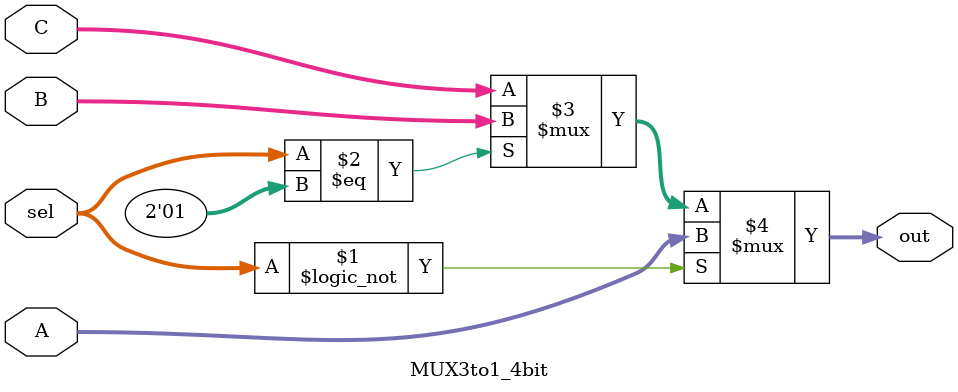
<source format=v>
`timescale 1ns/1ns
module MUX2to1_13bit(A, B, sel, out);
	input [12:0] A, B;
	input sel;
	output [12:0] out;

	assign out = sel ? B : A;

endmodule

module MUX3to1_4bit(A, B, C, sel, out);
	input [3:0] A, B, C;
	input [1:0] sel;
	output [3:0] out;
	
	assign out = (sel == 2'b00) ? A : (sel == 2'b01) ? B : C;
	
endmodule

</source>
